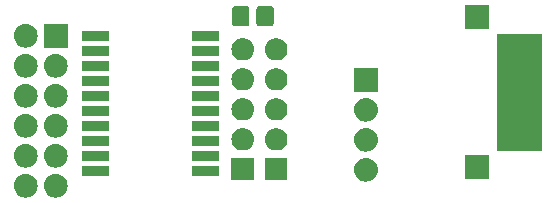
<source format=gts>
G04 #@! TF.GenerationSoftware,KiCad,Pcbnew,(5.1.4)-1*
G04 #@! TF.CreationDate,2020-10-15T03:44:07+01:00*
G04 #@! TF.ProjectId,buffer,62756666-6572-42e6-9b69-6361645f7063,rev?*
G04 #@! TF.SameCoordinates,Original*
G04 #@! TF.FileFunction,Soldermask,Top*
G04 #@! TF.FilePolarity,Negative*
%FSLAX46Y46*%
G04 Gerber Fmt 4.6, Leading zero omitted, Abs format (unit mm)*
G04 Created by KiCad (PCBNEW (5.1.4)-1) date 2020-10-15 03:44:07*
%MOMM*%
%LPD*%
G04 APERTURE LIST*
%ADD10C,0.100000*%
G04 APERTURE END LIST*
D10*
G36*
X40549836Y-46090830D02*
G01*
X40738332Y-46148009D01*
X40912058Y-46240868D01*
X41064328Y-46365832D01*
X41189292Y-46518102D01*
X41282151Y-46691828D01*
X41339330Y-46880324D01*
X41358638Y-47076360D01*
X41339330Y-47272396D01*
X41282151Y-47460892D01*
X41189292Y-47634618D01*
X41064328Y-47786888D01*
X40912058Y-47911852D01*
X40738332Y-48004711D01*
X40549836Y-48061890D01*
X40402920Y-48076360D01*
X40304680Y-48076360D01*
X40157764Y-48061890D01*
X39969268Y-48004711D01*
X39795542Y-47911852D01*
X39643272Y-47786888D01*
X39518308Y-47634618D01*
X39425449Y-47460892D01*
X39368270Y-47272396D01*
X39348962Y-47076360D01*
X39368270Y-46880324D01*
X39425449Y-46691828D01*
X39518308Y-46518102D01*
X39643272Y-46365832D01*
X39795542Y-46240868D01*
X39969268Y-46148009D01*
X40157764Y-46090830D01*
X40304680Y-46076360D01*
X40402920Y-46076360D01*
X40549836Y-46090830D01*
X40549836Y-46090830D01*
G37*
G36*
X38009836Y-46090830D02*
G01*
X38198332Y-46148009D01*
X38372058Y-46240868D01*
X38524328Y-46365832D01*
X38649292Y-46518102D01*
X38742151Y-46691828D01*
X38799330Y-46880324D01*
X38818638Y-47076360D01*
X38799330Y-47272396D01*
X38742151Y-47460892D01*
X38649292Y-47634618D01*
X38524328Y-47786888D01*
X38372058Y-47911852D01*
X38198332Y-48004711D01*
X38009836Y-48061890D01*
X37862920Y-48076360D01*
X37764680Y-48076360D01*
X37617764Y-48061890D01*
X37429268Y-48004711D01*
X37255542Y-47911852D01*
X37103272Y-47786888D01*
X36978308Y-47634618D01*
X36885449Y-47460892D01*
X36828270Y-47272396D01*
X36808962Y-47076360D01*
X36828270Y-46880324D01*
X36885449Y-46691828D01*
X36978308Y-46518102D01*
X37103272Y-46365832D01*
X37255542Y-46240868D01*
X37429268Y-46148009D01*
X37617764Y-46090830D01*
X37764680Y-46076360D01*
X37862920Y-46076360D01*
X38009836Y-46090830D01*
X38009836Y-46090830D01*
G37*
G36*
X66813436Y-44744630D02*
G01*
X67001932Y-44801809D01*
X67175658Y-44894668D01*
X67327928Y-45019632D01*
X67452892Y-45171902D01*
X67545751Y-45345628D01*
X67602930Y-45534124D01*
X67622238Y-45730160D01*
X67602930Y-45926196D01*
X67545751Y-46114692D01*
X67452892Y-46288418D01*
X67327928Y-46440688D01*
X67175658Y-46565652D01*
X67001932Y-46658511D01*
X66813436Y-46715690D01*
X66666520Y-46730160D01*
X66568280Y-46730160D01*
X66421364Y-46715690D01*
X66232868Y-46658511D01*
X66059142Y-46565652D01*
X65906872Y-46440688D01*
X65781908Y-46288418D01*
X65689049Y-46114692D01*
X65631870Y-45926196D01*
X65612562Y-45730160D01*
X65631870Y-45534124D01*
X65689049Y-45345628D01*
X65781908Y-45171902D01*
X65906872Y-45019632D01*
X66059142Y-44894668D01*
X66232868Y-44801809D01*
X66421364Y-44744630D01*
X66568280Y-44730160D01*
X66666520Y-44730160D01*
X66813436Y-44744630D01*
X66813436Y-44744630D01*
G37*
G36*
X57128000Y-46629360D02*
G01*
X55228000Y-46629360D01*
X55228000Y-44729360D01*
X57128000Y-44729360D01*
X57128000Y-46629360D01*
X57128000Y-46629360D01*
G37*
G36*
X59972800Y-46629360D02*
G01*
X58072800Y-46629360D01*
X58072800Y-44729360D01*
X59972800Y-44729360D01*
X59972800Y-46629360D01*
X59972800Y-46629360D01*
G37*
G36*
X77033180Y-46504100D02*
G01*
X75033180Y-46504100D01*
X75033180Y-44504100D01*
X77033180Y-44504100D01*
X77033180Y-46504100D01*
X77033180Y-46504100D01*
G37*
G36*
X54076292Y-45385451D02*
G01*
X54106187Y-45394520D01*
X54133742Y-45409248D01*
X54157892Y-45429068D01*
X54177712Y-45453218D01*
X54192440Y-45480773D01*
X54201509Y-45510668D01*
X54205200Y-45548146D01*
X54205200Y-46115374D01*
X54201509Y-46152852D01*
X54192440Y-46182747D01*
X54177712Y-46210302D01*
X54157892Y-46234452D01*
X54133742Y-46254272D01*
X54106187Y-46269000D01*
X54076292Y-46278069D01*
X54038814Y-46281760D01*
X52021586Y-46281760D01*
X51984108Y-46278069D01*
X51954213Y-46269000D01*
X51926658Y-46254272D01*
X51902508Y-46234452D01*
X51882688Y-46210302D01*
X51867960Y-46182747D01*
X51858891Y-46152852D01*
X51855200Y-46115374D01*
X51855200Y-45548146D01*
X51858891Y-45510668D01*
X51867960Y-45480773D01*
X51882688Y-45453218D01*
X51902508Y-45429068D01*
X51926658Y-45409248D01*
X51954213Y-45394520D01*
X51984108Y-45385451D01*
X52021586Y-45381760D01*
X54038814Y-45381760D01*
X54076292Y-45385451D01*
X54076292Y-45385451D01*
G37*
G36*
X44776292Y-45385451D02*
G01*
X44806187Y-45394520D01*
X44833742Y-45409248D01*
X44857892Y-45429068D01*
X44877712Y-45453218D01*
X44892440Y-45480773D01*
X44901509Y-45510668D01*
X44905200Y-45548146D01*
X44905200Y-46115374D01*
X44901509Y-46152852D01*
X44892440Y-46182747D01*
X44877712Y-46210302D01*
X44857892Y-46234452D01*
X44833742Y-46254272D01*
X44806187Y-46269000D01*
X44776292Y-46278069D01*
X44738814Y-46281760D01*
X42721586Y-46281760D01*
X42684108Y-46278069D01*
X42654213Y-46269000D01*
X42626658Y-46254272D01*
X42602508Y-46234452D01*
X42582688Y-46210302D01*
X42567960Y-46182747D01*
X42558891Y-46152852D01*
X42555200Y-46115374D01*
X42555200Y-45548146D01*
X42558891Y-45510668D01*
X42567960Y-45480773D01*
X42582688Y-45453218D01*
X42602508Y-45429068D01*
X42626658Y-45409248D01*
X42654213Y-45394520D01*
X42684108Y-45385451D01*
X42721586Y-45381760D01*
X44738814Y-45381760D01*
X44776292Y-45385451D01*
X44776292Y-45385451D01*
G37*
G36*
X38009836Y-43550830D02*
G01*
X38198332Y-43608009D01*
X38372058Y-43700868D01*
X38524328Y-43825832D01*
X38649292Y-43978102D01*
X38742151Y-44151828D01*
X38799330Y-44340324D01*
X38818638Y-44536360D01*
X38799330Y-44732396D01*
X38742151Y-44920892D01*
X38649292Y-45094618D01*
X38524328Y-45246888D01*
X38372058Y-45371852D01*
X38198332Y-45464711D01*
X38009836Y-45521890D01*
X37862920Y-45536360D01*
X37764680Y-45536360D01*
X37617764Y-45521890D01*
X37429268Y-45464711D01*
X37255542Y-45371852D01*
X37103272Y-45246888D01*
X36978308Y-45094618D01*
X36885449Y-44920892D01*
X36828270Y-44732396D01*
X36808962Y-44536360D01*
X36828270Y-44340324D01*
X36885449Y-44151828D01*
X36978308Y-43978102D01*
X37103272Y-43825832D01*
X37255542Y-43700868D01*
X37429268Y-43608009D01*
X37617764Y-43550830D01*
X37764680Y-43536360D01*
X37862920Y-43536360D01*
X38009836Y-43550830D01*
X38009836Y-43550830D01*
G37*
G36*
X40549836Y-43550830D02*
G01*
X40738332Y-43608009D01*
X40912058Y-43700868D01*
X41064328Y-43825832D01*
X41189292Y-43978102D01*
X41282151Y-44151828D01*
X41339330Y-44340324D01*
X41358638Y-44536360D01*
X41339330Y-44732396D01*
X41282151Y-44920892D01*
X41189292Y-45094618D01*
X41064328Y-45246888D01*
X40912058Y-45371852D01*
X40738332Y-45464711D01*
X40549836Y-45521890D01*
X40402920Y-45536360D01*
X40304680Y-45536360D01*
X40157764Y-45521890D01*
X39969268Y-45464711D01*
X39795542Y-45371852D01*
X39643272Y-45246888D01*
X39518308Y-45094618D01*
X39425449Y-44920892D01*
X39368270Y-44732396D01*
X39348962Y-44536360D01*
X39368270Y-44340324D01*
X39425449Y-44151828D01*
X39518308Y-43978102D01*
X39643272Y-43825832D01*
X39795542Y-43700868D01*
X39969268Y-43608009D01*
X40157764Y-43550830D01*
X40304680Y-43536360D01*
X40402920Y-43536360D01*
X40549836Y-43550830D01*
X40549836Y-43550830D01*
G37*
G36*
X44776292Y-44115451D02*
G01*
X44806187Y-44124520D01*
X44833742Y-44139248D01*
X44857892Y-44159068D01*
X44877712Y-44183218D01*
X44892440Y-44210773D01*
X44901509Y-44240668D01*
X44905200Y-44278146D01*
X44905200Y-44845374D01*
X44901509Y-44882852D01*
X44892440Y-44912747D01*
X44877712Y-44940302D01*
X44857892Y-44964452D01*
X44833742Y-44984272D01*
X44806187Y-44999000D01*
X44776292Y-45008069D01*
X44738814Y-45011760D01*
X42721586Y-45011760D01*
X42684108Y-45008069D01*
X42654213Y-44999000D01*
X42626658Y-44984272D01*
X42602508Y-44964452D01*
X42582688Y-44940302D01*
X42567960Y-44912747D01*
X42558891Y-44882852D01*
X42555200Y-44845374D01*
X42555200Y-44278146D01*
X42558891Y-44240668D01*
X42567960Y-44210773D01*
X42582688Y-44183218D01*
X42602508Y-44159068D01*
X42626658Y-44139248D01*
X42654213Y-44124520D01*
X42684108Y-44115451D01*
X42721586Y-44111760D01*
X44738814Y-44111760D01*
X44776292Y-44115451D01*
X44776292Y-44115451D01*
G37*
G36*
X54076292Y-44115451D02*
G01*
X54106187Y-44124520D01*
X54133742Y-44139248D01*
X54157892Y-44159068D01*
X54177712Y-44183218D01*
X54192440Y-44210773D01*
X54201509Y-44240668D01*
X54205200Y-44278146D01*
X54205200Y-44845374D01*
X54201509Y-44882852D01*
X54192440Y-44912747D01*
X54177712Y-44940302D01*
X54157892Y-44964452D01*
X54133742Y-44984272D01*
X54106187Y-44999000D01*
X54076292Y-45008069D01*
X54038814Y-45011760D01*
X52021586Y-45011760D01*
X51984108Y-45008069D01*
X51954213Y-44999000D01*
X51926658Y-44984272D01*
X51902508Y-44964452D01*
X51882688Y-44940302D01*
X51867960Y-44912747D01*
X51858891Y-44882852D01*
X51855200Y-44845374D01*
X51855200Y-44278146D01*
X51858891Y-44240668D01*
X51867960Y-44210773D01*
X51882688Y-44183218D01*
X51902508Y-44159068D01*
X51926658Y-44139248D01*
X51954213Y-44124520D01*
X51984108Y-44115451D01*
X52021586Y-44111760D01*
X54038814Y-44111760D01*
X54076292Y-44115451D01*
X54076292Y-44115451D01*
G37*
G36*
X66813436Y-42204630D02*
G01*
X67001932Y-42261809D01*
X67175658Y-42354668D01*
X67327928Y-42479632D01*
X67452892Y-42631902D01*
X67545751Y-42805628D01*
X67602930Y-42994124D01*
X67622238Y-43190160D01*
X67602930Y-43386196D01*
X67545751Y-43574692D01*
X67452892Y-43748418D01*
X67327928Y-43900688D01*
X67175658Y-44025652D01*
X67001932Y-44118511D01*
X66813436Y-44175690D01*
X66666520Y-44190160D01*
X66568280Y-44190160D01*
X66421364Y-44175690D01*
X66232868Y-44118511D01*
X66059142Y-44025652D01*
X65906872Y-43900688D01*
X65781908Y-43748418D01*
X65689049Y-43574692D01*
X65631870Y-43386196D01*
X65612562Y-43190160D01*
X65631870Y-42994124D01*
X65689049Y-42805628D01*
X65781908Y-42631902D01*
X65906872Y-42479632D01*
X66059142Y-42354668D01*
X66232868Y-42261809D01*
X66421364Y-42204630D01*
X66568280Y-42190160D01*
X66666520Y-42190160D01*
X66813436Y-42204630D01*
X66813436Y-42204630D01*
G37*
G36*
X81501880Y-44149660D02*
G01*
X77701880Y-44149660D01*
X77701880Y-34229660D01*
X81501880Y-34229660D01*
X81501880Y-44149660D01*
X81501880Y-44149660D01*
G37*
G36*
X56364233Y-42203106D02*
G01*
X56453770Y-42230267D01*
X56543308Y-42257428D01*
X56708345Y-42345642D01*
X56853001Y-42464359D01*
X56971718Y-42609015D01*
X57059932Y-42774052D01*
X57069510Y-42805628D01*
X57102148Y-42913218D01*
X57114254Y-42953128D01*
X57132596Y-43139360D01*
X57114254Y-43325592D01*
X57059932Y-43504668D01*
X56971718Y-43669705D01*
X56853001Y-43814361D01*
X56708345Y-43933078D01*
X56543308Y-44021292D01*
X56453770Y-44048453D01*
X56364233Y-44075614D01*
X56224665Y-44089360D01*
X56131335Y-44089360D01*
X55991767Y-44075614D01*
X55902230Y-44048453D01*
X55812692Y-44021292D01*
X55647655Y-43933078D01*
X55502999Y-43814361D01*
X55384282Y-43669705D01*
X55296068Y-43504668D01*
X55241746Y-43325592D01*
X55223404Y-43139360D01*
X55241746Y-42953128D01*
X55253853Y-42913218D01*
X55286490Y-42805628D01*
X55296068Y-42774052D01*
X55384282Y-42609015D01*
X55502999Y-42464359D01*
X55647655Y-42345642D01*
X55812692Y-42257428D01*
X55902230Y-42230267D01*
X55991767Y-42203106D01*
X56131335Y-42189360D01*
X56224665Y-42189360D01*
X56364233Y-42203106D01*
X56364233Y-42203106D01*
G37*
G36*
X59209033Y-42203106D02*
G01*
X59298570Y-42230267D01*
X59388108Y-42257428D01*
X59553145Y-42345642D01*
X59697801Y-42464359D01*
X59816518Y-42609015D01*
X59904732Y-42774052D01*
X59914310Y-42805628D01*
X59946948Y-42913218D01*
X59959054Y-42953128D01*
X59977396Y-43139360D01*
X59959054Y-43325592D01*
X59904732Y-43504668D01*
X59816518Y-43669705D01*
X59697801Y-43814361D01*
X59553145Y-43933078D01*
X59388108Y-44021292D01*
X59298570Y-44048453D01*
X59209033Y-44075614D01*
X59069465Y-44089360D01*
X58976135Y-44089360D01*
X58836567Y-44075614D01*
X58747030Y-44048453D01*
X58657492Y-44021292D01*
X58492455Y-43933078D01*
X58347799Y-43814361D01*
X58229082Y-43669705D01*
X58140868Y-43504668D01*
X58086546Y-43325592D01*
X58068204Y-43139360D01*
X58086546Y-42953128D01*
X58098653Y-42913218D01*
X58131290Y-42805628D01*
X58140868Y-42774052D01*
X58229082Y-42609015D01*
X58347799Y-42464359D01*
X58492455Y-42345642D01*
X58657492Y-42257428D01*
X58747030Y-42230267D01*
X58836567Y-42203106D01*
X58976135Y-42189360D01*
X59069465Y-42189360D01*
X59209033Y-42203106D01*
X59209033Y-42203106D01*
G37*
G36*
X54076292Y-42845451D02*
G01*
X54106187Y-42854520D01*
X54133742Y-42869248D01*
X54157892Y-42889068D01*
X54177712Y-42913218D01*
X54192440Y-42940773D01*
X54201509Y-42970668D01*
X54205200Y-43008146D01*
X54205200Y-43575374D01*
X54201509Y-43612852D01*
X54192440Y-43642747D01*
X54177712Y-43670302D01*
X54157892Y-43694452D01*
X54133742Y-43714272D01*
X54106187Y-43729000D01*
X54076292Y-43738069D01*
X54038814Y-43741760D01*
X52021586Y-43741760D01*
X51984108Y-43738069D01*
X51954213Y-43729000D01*
X51926658Y-43714272D01*
X51902508Y-43694452D01*
X51882688Y-43670302D01*
X51867960Y-43642747D01*
X51858891Y-43612852D01*
X51855200Y-43575374D01*
X51855200Y-43008146D01*
X51858891Y-42970668D01*
X51867960Y-42940773D01*
X51882688Y-42913218D01*
X51902508Y-42889068D01*
X51926658Y-42869248D01*
X51954213Y-42854520D01*
X51984108Y-42845451D01*
X52021586Y-42841760D01*
X54038814Y-42841760D01*
X54076292Y-42845451D01*
X54076292Y-42845451D01*
G37*
G36*
X44776292Y-42845451D02*
G01*
X44806187Y-42854520D01*
X44833742Y-42869248D01*
X44857892Y-42889068D01*
X44877712Y-42913218D01*
X44892440Y-42940773D01*
X44901509Y-42970668D01*
X44905200Y-43008146D01*
X44905200Y-43575374D01*
X44901509Y-43612852D01*
X44892440Y-43642747D01*
X44877712Y-43670302D01*
X44857892Y-43694452D01*
X44833742Y-43714272D01*
X44806187Y-43729000D01*
X44776292Y-43738069D01*
X44738814Y-43741760D01*
X42721586Y-43741760D01*
X42684108Y-43738069D01*
X42654213Y-43729000D01*
X42626658Y-43714272D01*
X42602508Y-43694452D01*
X42582688Y-43670302D01*
X42567960Y-43642747D01*
X42558891Y-43612852D01*
X42555200Y-43575374D01*
X42555200Y-43008146D01*
X42558891Y-42970668D01*
X42567960Y-42940773D01*
X42582688Y-42913218D01*
X42602508Y-42889068D01*
X42626658Y-42869248D01*
X42654213Y-42854520D01*
X42684108Y-42845451D01*
X42721586Y-42841760D01*
X44738814Y-42841760D01*
X44776292Y-42845451D01*
X44776292Y-42845451D01*
G37*
G36*
X40549836Y-41010830D02*
G01*
X40738332Y-41068009D01*
X40912058Y-41160868D01*
X41064328Y-41285832D01*
X41189292Y-41438102D01*
X41282151Y-41611828D01*
X41339330Y-41800324D01*
X41358638Y-41996360D01*
X41339330Y-42192396D01*
X41282151Y-42380892D01*
X41189292Y-42554618D01*
X41064328Y-42706888D01*
X40912058Y-42831852D01*
X40738332Y-42924711D01*
X40549836Y-42981890D01*
X40402920Y-42996360D01*
X40304680Y-42996360D01*
X40157764Y-42981890D01*
X39969268Y-42924711D01*
X39795542Y-42831852D01*
X39643272Y-42706888D01*
X39518308Y-42554618D01*
X39425449Y-42380892D01*
X39368270Y-42192396D01*
X39348962Y-41996360D01*
X39368270Y-41800324D01*
X39425449Y-41611828D01*
X39518308Y-41438102D01*
X39643272Y-41285832D01*
X39795542Y-41160868D01*
X39969268Y-41068009D01*
X40157764Y-41010830D01*
X40304680Y-40996360D01*
X40402920Y-40996360D01*
X40549836Y-41010830D01*
X40549836Y-41010830D01*
G37*
G36*
X38009836Y-41010830D02*
G01*
X38198332Y-41068009D01*
X38372058Y-41160868D01*
X38524328Y-41285832D01*
X38649292Y-41438102D01*
X38742151Y-41611828D01*
X38799330Y-41800324D01*
X38818638Y-41996360D01*
X38799330Y-42192396D01*
X38742151Y-42380892D01*
X38649292Y-42554618D01*
X38524328Y-42706888D01*
X38372058Y-42831852D01*
X38198332Y-42924711D01*
X38009836Y-42981890D01*
X37862920Y-42996360D01*
X37764680Y-42996360D01*
X37617764Y-42981890D01*
X37429268Y-42924711D01*
X37255542Y-42831852D01*
X37103272Y-42706888D01*
X36978308Y-42554618D01*
X36885449Y-42380892D01*
X36828270Y-42192396D01*
X36808962Y-41996360D01*
X36828270Y-41800324D01*
X36885449Y-41611828D01*
X36978308Y-41438102D01*
X37103272Y-41285832D01*
X37255542Y-41160868D01*
X37429268Y-41068009D01*
X37617764Y-41010830D01*
X37764680Y-40996360D01*
X37862920Y-40996360D01*
X38009836Y-41010830D01*
X38009836Y-41010830D01*
G37*
G36*
X54076292Y-41575451D02*
G01*
X54106187Y-41584520D01*
X54133742Y-41599248D01*
X54157892Y-41619068D01*
X54177712Y-41643218D01*
X54192440Y-41670773D01*
X54201509Y-41700668D01*
X54205200Y-41738146D01*
X54205200Y-42305374D01*
X54201509Y-42342852D01*
X54192440Y-42372747D01*
X54177712Y-42400302D01*
X54157892Y-42424452D01*
X54133742Y-42444272D01*
X54106187Y-42459000D01*
X54076292Y-42468069D01*
X54038814Y-42471760D01*
X52021586Y-42471760D01*
X51984108Y-42468069D01*
X51954213Y-42459000D01*
X51926658Y-42444272D01*
X51902508Y-42424452D01*
X51882688Y-42400302D01*
X51867960Y-42372747D01*
X51858891Y-42342852D01*
X51855200Y-42305374D01*
X51855200Y-41738146D01*
X51858891Y-41700668D01*
X51867960Y-41670773D01*
X51882688Y-41643218D01*
X51902508Y-41619068D01*
X51926658Y-41599248D01*
X51954213Y-41584520D01*
X51984108Y-41575451D01*
X52021586Y-41571760D01*
X54038814Y-41571760D01*
X54076292Y-41575451D01*
X54076292Y-41575451D01*
G37*
G36*
X44776292Y-41575451D02*
G01*
X44806187Y-41584520D01*
X44833742Y-41599248D01*
X44857892Y-41619068D01*
X44877712Y-41643218D01*
X44892440Y-41670773D01*
X44901509Y-41700668D01*
X44905200Y-41738146D01*
X44905200Y-42305374D01*
X44901509Y-42342852D01*
X44892440Y-42372747D01*
X44877712Y-42400302D01*
X44857892Y-42424452D01*
X44833742Y-42444272D01*
X44806187Y-42459000D01*
X44776292Y-42468069D01*
X44738814Y-42471760D01*
X42721586Y-42471760D01*
X42684108Y-42468069D01*
X42654213Y-42459000D01*
X42626658Y-42444272D01*
X42602508Y-42424452D01*
X42582688Y-42400302D01*
X42567960Y-42372747D01*
X42558891Y-42342852D01*
X42555200Y-42305374D01*
X42555200Y-41738146D01*
X42558891Y-41700668D01*
X42567960Y-41670773D01*
X42582688Y-41643218D01*
X42602508Y-41619068D01*
X42626658Y-41599248D01*
X42654213Y-41584520D01*
X42684108Y-41575451D01*
X42721586Y-41571760D01*
X44738814Y-41571760D01*
X44776292Y-41575451D01*
X44776292Y-41575451D01*
G37*
G36*
X66813436Y-39664630D02*
G01*
X67001932Y-39721809D01*
X67175658Y-39814668D01*
X67327928Y-39939632D01*
X67452892Y-40091902D01*
X67545751Y-40265628D01*
X67602930Y-40454124D01*
X67622238Y-40650160D01*
X67602930Y-40846196D01*
X67545751Y-41034692D01*
X67452892Y-41208418D01*
X67327928Y-41360688D01*
X67175658Y-41485652D01*
X67001932Y-41578511D01*
X66813436Y-41635690D01*
X66666520Y-41650160D01*
X66568280Y-41650160D01*
X66421364Y-41635690D01*
X66232868Y-41578511D01*
X66059142Y-41485652D01*
X65906872Y-41360688D01*
X65781908Y-41208418D01*
X65689049Y-41034692D01*
X65631870Y-40846196D01*
X65612562Y-40650160D01*
X65631870Y-40454124D01*
X65689049Y-40265628D01*
X65781908Y-40091902D01*
X65906872Y-39939632D01*
X66059142Y-39814668D01*
X66232868Y-39721809D01*
X66421364Y-39664630D01*
X66568280Y-39650160D01*
X66666520Y-39650160D01*
X66813436Y-39664630D01*
X66813436Y-39664630D01*
G37*
G36*
X56364233Y-39663106D02*
G01*
X56453770Y-39690267D01*
X56543308Y-39717428D01*
X56708345Y-39805642D01*
X56853001Y-39924359D01*
X56971718Y-40069015D01*
X57059932Y-40234052D01*
X57069510Y-40265628D01*
X57102148Y-40373218D01*
X57114254Y-40413128D01*
X57132596Y-40599360D01*
X57114254Y-40785592D01*
X57059932Y-40964668D01*
X56971718Y-41129705D01*
X56853001Y-41274361D01*
X56708345Y-41393078D01*
X56543308Y-41481292D01*
X56453770Y-41508453D01*
X56364233Y-41535614D01*
X56224665Y-41549360D01*
X56131335Y-41549360D01*
X55991767Y-41535614D01*
X55902230Y-41508453D01*
X55812692Y-41481292D01*
X55647655Y-41393078D01*
X55502999Y-41274361D01*
X55384282Y-41129705D01*
X55296068Y-40964668D01*
X55241746Y-40785592D01*
X55223404Y-40599360D01*
X55241746Y-40413128D01*
X55253853Y-40373218D01*
X55286490Y-40265628D01*
X55296068Y-40234052D01*
X55384282Y-40069015D01*
X55502999Y-39924359D01*
X55647655Y-39805642D01*
X55812692Y-39717428D01*
X55902230Y-39690267D01*
X55991767Y-39663106D01*
X56131335Y-39649360D01*
X56224665Y-39649360D01*
X56364233Y-39663106D01*
X56364233Y-39663106D01*
G37*
G36*
X59209033Y-39663106D02*
G01*
X59298570Y-39690267D01*
X59388108Y-39717428D01*
X59553145Y-39805642D01*
X59697801Y-39924359D01*
X59816518Y-40069015D01*
X59904732Y-40234052D01*
X59914310Y-40265628D01*
X59946948Y-40373218D01*
X59959054Y-40413128D01*
X59977396Y-40599360D01*
X59959054Y-40785592D01*
X59904732Y-40964668D01*
X59816518Y-41129705D01*
X59697801Y-41274361D01*
X59553145Y-41393078D01*
X59388108Y-41481292D01*
X59298570Y-41508453D01*
X59209033Y-41535614D01*
X59069465Y-41549360D01*
X58976135Y-41549360D01*
X58836567Y-41535614D01*
X58747030Y-41508453D01*
X58657492Y-41481292D01*
X58492455Y-41393078D01*
X58347799Y-41274361D01*
X58229082Y-41129705D01*
X58140868Y-40964668D01*
X58086546Y-40785592D01*
X58068204Y-40599360D01*
X58086546Y-40413128D01*
X58098653Y-40373218D01*
X58131290Y-40265628D01*
X58140868Y-40234052D01*
X58229082Y-40069015D01*
X58347799Y-39924359D01*
X58492455Y-39805642D01*
X58657492Y-39717428D01*
X58747030Y-39690267D01*
X58836567Y-39663106D01*
X58976135Y-39649360D01*
X59069465Y-39649360D01*
X59209033Y-39663106D01*
X59209033Y-39663106D01*
G37*
G36*
X44776292Y-40305451D02*
G01*
X44806187Y-40314520D01*
X44833742Y-40329248D01*
X44857892Y-40349068D01*
X44877712Y-40373218D01*
X44892440Y-40400773D01*
X44901509Y-40430668D01*
X44905200Y-40468146D01*
X44905200Y-41035374D01*
X44901509Y-41072852D01*
X44892440Y-41102747D01*
X44877712Y-41130302D01*
X44857892Y-41154452D01*
X44833742Y-41174272D01*
X44806187Y-41189000D01*
X44776292Y-41198069D01*
X44738814Y-41201760D01*
X42721586Y-41201760D01*
X42684108Y-41198069D01*
X42654213Y-41189000D01*
X42626658Y-41174272D01*
X42602508Y-41154452D01*
X42582688Y-41130302D01*
X42567960Y-41102747D01*
X42558891Y-41072852D01*
X42555200Y-41035374D01*
X42555200Y-40468146D01*
X42558891Y-40430668D01*
X42567960Y-40400773D01*
X42582688Y-40373218D01*
X42602508Y-40349068D01*
X42626658Y-40329248D01*
X42654213Y-40314520D01*
X42684108Y-40305451D01*
X42721586Y-40301760D01*
X44738814Y-40301760D01*
X44776292Y-40305451D01*
X44776292Y-40305451D01*
G37*
G36*
X54076292Y-40305451D02*
G01*
X54106187Y-40314520D01*
X54133742Y-40329248D01*
X54157892Y-40349068D01*
X54177712Y-40373218D01*
X54192440Y-40400773D01*
X54201509Y-40430668D01*
X54205200Y-40468146D01*
X54205200Y-41035374D01*
X54201509Y-41072852D01*
X54192440Y-41102747D01*
X54177712Y-41130302D01*
X54157892Y-41154452D01*
X54133742Y-41174272D01*
X54106187Y-41189000D01*
X54076292Y-41198069D01*
X54038814Y-41201760D01*
X52021586Y-41201760D01*
X51984108Y-41198069D01*
X51954213Y-41189000D01*
X51926658Y-41174272D01*
X51902508Y-41154452D01*
X51882688Y-41130302D01*
X51867960Y-41102747D01*
X51858891Y-41072852D01*
X51855200Y-41035374D01*
X51855200Y-40468146D01*
X51858891Y-40430668D01*
X51867960Y-40400773D01*
X51882688Y-40373218D01*
X51902508Y-40349068D01*
X51926658Y-40329248D01*
X51954213Y-40314520D01*
X51984108Y-40305451D01*
X52021586Y-40301760D01*
X54038814Y-40301760D01*
X54076292Y-40305451D01*
X54076292Y-40305451D01*
G37*
G36*
X40549836Y-38470830D02*
G01*
X40738332Y-38528009D01*
X40912058Y-38620868D01*
X41064328Y-38745832D01*
X41189292Y-38898102D01*
X41282151Y-39071828D01*
X41339330Y-39260324D01*
X41358638Y-39456360D01*
X41339330Y-39652396D01*
X41282151Y-39840892D01*
X41189292Y-40014618D01*
X41064328Y-40166888D01*
X40912058Y-40291852D01*
X40738332Y-40384711D01*
X40549836Y-40441890D01*
X40402920Y-40456360D01*
X40304680Y-40456360D01*
X40157764Y-40441890D01*
X39969268Y-40384711D01*
X39795542Y-40291852D01*
X39643272Y-40166888D01*
X39518308Y-40014618D01*
X39425449Y-39840892D01*
X39368270Y-39652396D01*
X39348962Y-39456360D01*
X39368270Y-39260324D01*
X39425449Y-39071828D01*
X39518308Y-38898102D01*
X39643272Y-38745832D01*
X39795542Y-38620868D01*
X39969268Y-38528009D01*
X40157764Y-38470830D01*
X40304680Y-38456360D01*
X40402920Y-38456360D01*
X40549836Y-38470830D01*
X40549836Y-38470830D01*
G37*
G36*
X38009836Y-38470830D02*
G01*
X38198332Y-38528009D01*
X38372058Y-38620868D01*
X38524328Y-38745832D01*
X38649292Y-38898102D01*
X38742151Y-39071828D01*
X38799330Y-39260324D01*
X38818638Y-39456360D01*
X38799330Y-39652396D01*
X38742151Y-39840892D01*
X38649292Y-40014618D01*
X38524328Y-40166888D01*
X38372058Y-40291852D01*
X38198332Y-40384711D01*
X38009836Y-40441890D01*
X37862920Y-40456360D01*
X37764680Y-40456360D01*
X37617764Y-40441890D01*
X37429268Y-40384711D01*
X37255542Y-40291852D01*
X37103272Y-40166888D01*
X36978308Y-40014618D01*
X36885449Y-39840892D01*
X36828270Y-39652396D01*
X36808962Y-39456360D01*
X36828270Y-39260324D01*
X36885449Y-39071828D01*
X36978308Y-38898102D01*
X37103272Y-38745832D01*
X37255542Y-38620868D01*
X37429268Y-38528009D01*
X37617764Y-38470830D01*
X37764680Y-38456360D01*
X37862920Y-38456360D01*
X38009836Y-38470830D01*
X38009836Y-38470830D01*
G37*
G36*
X54076292Y-39035451D02*
G01*
X54106187Y-39044520D01*
X54133742Y-39059248D01*
X54157892Y-39079068D01*
X54177712Y-39103218D01*
X54192440Y-39130773D01*
X54201509Y-39160668D01*
X54205200Y-39198146D01*
X54205200Y-39765374D01*
X54201509Y-39802852D01*
X54192440Y-39832747D01*
X54177712Y-39860302D01*
X54157892Y-39884452D01*
X54133742Y-39904272D01*
X54106187Y-39919000D01*
X54076292Y-39928069D01*
X54038814Y-39931760D01*
X52021586Y-39931760D01*
X51984108Y-39928069D01*
X51954213Y-39919000D01*
X51926658Y-39904272D01*
X51902508Y-39884452D01*
X51882688Y-39860302D01*
X51867960Y-39832747D01*
X51858891Y-39802852D01*
X51855200Y-39765374D01*
X51855200Y-39198146D01*
X51858891Y-39160668D01*
X51867960Y-39130773D01*
X51882688Y-39103218D01*
X51902508Y-39079068D01*
X51926658Y-39059248D01*
X51954213Y-39044520D01*
X51984108Y-39035451D01*
X52021586Y-39031760D01*
X54038814Y-39031760D01*
X54076292Y-39035451D01*
X54076292Y-39035451D01*
G37*
G36*
X44776292Y-39035451D02*
G01*
X44806187Y-39044520D01*
X44833742Y-39059248D01*
X44857892Y-39079068D01*
X44877712Y-39103218D01*
X44892440Y-39130773D01*
X44901509Y-39160668D01*
X44905200Y-39198146D01*
X44905200Y-39765374D01*
X44901509Y-39802852D01*
X44892440Y-39832747D01*
X44877712Y-39860302D01*
X44857892Y-39884452D01*
X44833742Y-39904272D01*
X44806187Y-39919000D01*
X44776292Y-39928069D01*
X44738814Y-39931760D01*
X42721586Y-39931760D01*
X42684108Y-39928069D01*
X42654213Y-39919000D01*
X42626658Y-39904272D01*
X42602508Y-39884452D01*
X42582688Y-39860302D01*
X42567960Y-39832747D01*
X42558891Y-39802852D01*
X42555200Y-39765374D01*
X42555200Y-39198146D01*
X42558891Y-39160668D01*
X42567960Y-39130773D01*
X42582688Y-39103218D01*
X42602508Y-39079068D01*
X42626658Y-39059248D01*
X42654213Y-39044520D01*
X42684108Y-39035451D01*
X42721586Y-39031760D01*
X44738814Y-39031760D01*
X44776292Y-39035451D01*
X44776292Y-39035451D01*
G37*
G36*
X67617400Y-39110160D02*
G01*
X65617400Y-39110160D01*
X65617400Y-37110160D01*
X67617400Y-37110160D01*
X67617400Y-39110160D01*
X67617400Y-39110160D01*
G37*
G36*
X56364233Y-37123106D02*
G01*
X56453770Y-37150267D01*
X56543308Y-37177428D01*
X56708345Y-37265642D01*
X56853001Y-37384359D01*
X56971718Y-37529015D01*
X57059932Y-37694052D01*
X57059932Y-37694053D01*
X57102148Y-37833218D01*
X57114254Y-37873128D01*
X57132596Y-38059360D01*
X57114254Y-38245592D01*
X57059932Y-38424668D01*
X56971718Y-38589705D01*
X56853001Y-38734361D01*
X56708345Y-38853078D01*
X56543308Y-38941292D01*
X56453770Y-38968453D01*
X56364233Y-38995614D01*
X56224665Y-39009360D01*
X56131335Y-39009360D01*
X55991767Y-38995614D01*
X55902230Y-38968453D01*
X55812692Y-38941292D01*
X55647655Y-38853078D01*
X55502999Y-38734361D01*
X55384282Y-38589705D01*
X55296068Y-38424668D01*
X55241746Y-38245592D01*
X55223404Y-38059360D01*
X55241746Y-37873128D01*
X55253853Y-37833218D01*
X55296068Y-37694053D01*
X55296068Y-37694052D01*
X55384282Y-37529015D01*
X55502999Y-37384359D01*
X55647655Y-37265642D01*
X55812692Y-37177428D01*
X55902230Y-37150267D01*
X55991767Y-37123106D01*
X56131335Y-37109360D01*
X56224665Y-37109360D01*
X56364233Y-37123106D01*
X56364233Y-37123106D01*
G37*
G36*
X59209033Y-37123106D02*
G01*
X59298570Y-37150267D01*
X59388108Y-37177428D01*
X59553145Y-37265642D01*
X59697801Y-37384359D01*
X59816518Y-37529015D01*
X59904732Y-37694052D01*
X59904732Y-37694053D01*
X59946948Y-37833218D01*
X59959054Y-37873128D01*
X59977396Y-38059360D01*
X59959054Y-38245592D01*
X59904732Y-38424668D01*
X59816518Y-38589705D01*
X59697801Y-38734361D01*
X59553145Y-38853078D01*
X59388108Y-38941292D01*
X59298570Y-38968453D01*
X59209033Y-38995614D01*
X59069465Y-39009360D01*
X58976135Y-39009360D01*
X58836567Y-38995614D01*
X58747030Y-38968453D01*
X58657492Y-38941292D01*
X58492455Y-38853078D01*
X58347799Y-38734361D01*
X58229082Y-38589705D01*
X58140868Y-38424668D01*
X58086546Y-38245592D01*
X58068204Y-38059360D01*
X58086546Y-37873128D01*
X58098653Y-37833218D01*
X58140868Y-37694053D01*
X58140868Y-37694052D01*
X58229082Y-37529015D01*
X58347799Y-37384359D01*
X58492455Y-37265642D01*
X58657492Y-37177428D01*
X58747030Y-37150267D01*
X58836567Y-37123106D01*
X58976135Y-37109360D01*
X59069465Y-37109360D01*
X59209033Y-37123106D01*
X59209033Y-37123106D01*
G37*
G36*
X54076292Y-37765451D02*
G01*
X54106187Y-37774520D01*
X54133742Y-37789248D01*
X54157892Y-37809068D01*
X54177712Y-37833218D01*
X54192440Y-37860773D01*
X54201509Y-37890668D01*
X54205200Y-37928146D01*
X54205200Y-38495374D01*
X54201509Y-38532852D01*
X54192440Y-38562747D01*
X54177712Y-38590302D01*
X54157892Y-38614452D01*
X54133742Y-38634272D01*
X54106187Y-38649000D01*
X54076292Y-38658069D01*
X54038814Y-38661760D01*
X52021586Y-38661760D01*
X51984108Y-38658069D01*
X51954213Y-38649000D01*
X51926658Y-38634272D01*
X51902508Y-38614452D01*
X51882688Y-38590302D01*
X51867960Y-38562747D01*
X51858891Y-38532852D01*
X51855200Y-38495374D01*
X51855200Y-37928146D01*
X51858891Y-37890668D01*
X51867960Y-37860773D01*
X51882688Y-37833218D01*
X51902508Y-37809068D01*
X51926658Y-37789248D01*
X51954213Y-37774520D01*
X51984108Y-37765451D01*
X52021586Y-37761760D01*
X54038814Y-37761760D01*
X54076292Y-37765451D01*
X54076292Y-37765451D01*
G37*
G36*
X44776292Y-37765451D02*
G01*
X44806187Y-37774520D01*
X44833742Y-37789248D01*
X44857892Y-37809068D01*
X44877712Y-37833218D01*
X44892440Y-37860773D01*
X44901509Y-37890668D01*
X44905200Y-37928146D01*
X44905200Y-38495374D01*
X44901509Y-38532852D01*
X44892440Y-38562747D01*
X44877712Y-38590302D01*
X44857892Y-38614452D01*
X44833742Y-38634272D01*
X44806187Y-38649000D01*
X44776292Y-38658069D01*
X44738814Y-38661760D01*
X42721586Y-38661760D01*
X42684108Y-38658069D01*
X42654213Y-38649000D01*
X42626658Y-38634272D01*
X42602508Y-38614452D01*
X42582688Y-38590302D01*
X42567960Y-38562747D01*
X42558891Y-38532852D01*
X42555200Y-38495374D01*
X42555200Y-37928146D01*
X42558891Y-37890668D01*
X42567960Y-37860773D01*
X42582688Y-37833218D01*
X42602508Y-37809068D01*
X42626658Y-37789248D01*
X42654213Y-37774520D01*
X42684108Y-37765451D01*
X42721586Y-37761760D01*
X44738814Y-37761760D01*
X44776292Y-37765451D01*
X44776292Y-37765451D01*
G37*
G36*
X40549836Y-35930830D02*
G01*
X40738332Y-35988009D01*
X40912058Y-36080868D01*
X41064328Y-36205832D01*
X41189292Y-36358102D01*
X41282151Y-36531828D01*
X41339330Y-36720324D01*
X41358638Y-36916360D01*
X41339330Y-37112396D01*
X41282151Y-37300892D01*
X41189292Y-37474618D01*
X41064328Y-37626888D01*
X40912058Y-37751852D01*
X40738332Y-37844711D01*
X40549836Y-37901890D01*
X40402920Y-37916360D01*
X40304680Y-37916360D01*
X40157764Y-37901890D01*
X39969268Y-37844711D01*
X39795542Y-37751852D01*
X39643272Y-37626888D01*
X39518308Y-37474618D01*
X39425449Y-37300892D01*
X39368270Y-37112396D01*
X39348962Y-36916360D01*
X39368270Y-36720324D01*
X39425449Y-36531828D01*
X39518308Y-36358102D01*
X39643272Y-36205832D01*
X39795542Y-36080868D01*
X39969268Y-35988009D01*
X40157764Y-35930830D01*
X40304680Y-35916360D01*
X40402920Y-35916360D01*
X40549836Y-35930830D01*
X40549836Y-35930830D01*
G37*
G36*
X38009836Y-35930830D02*
G01*
X38198332Y-35988009D01*
X38372058Y-36080868D01*
X38524328Y-36205832D01*
X38649292Y-36358102D01*
X38742151Y-36531828D01*
X38799330Y-36720324D01*
X38818638Y-36916360D01*
X38799330Y-37112396D01*
X38742151Y-37300892D01*
X38649292Y-37474618D01*
X38524328Y-37626888D01*
X38372058Y-37751852D01*
X38198332Y-37844711D01*
X38009836Y-37901890D01*
X37862920Y-37916360D01*
X37764680Y-37916360D01*
X37617764Y-37901890D01*
X37429268Y-37844711D01*
X37255542Y-37751852D01*
X37103272Y-37626888D01*
X36978308Y-37474618D01*
X36885449Y-37300892D01*
X36828270Y-37112396D01*
X36808962Y-36916360D01*
X36828270Y-36720324D01*
X36885449Y-36531828D01*
X36978308Y-36358102D01*
X37103272Y-36205832D01*
X37255542Y-36080868D01*
X37429268Y-35988009D01*
X37617764Y-35930830D01*
X37764680Y-35916360D01*
X37862920Y-35916360D01*
X38009836Y-35930830D01*
X38009836Y-35930830D01*
G37*
G36*
X54076292Y-36495451D02*
G01*
X54106187Y-36504520D01*
X54133742Y-36519248D01*
X54157892Y-36539068D01*
X54177712Y-36563218D01*
X54192440Y-36590773D01*
X54201509Y-36620668D01*
X54205200Y-36658146D01*
X54205200Y-37225374D01*
X54201509Y-37262852D01*
X54192440Y-37292747D01*
X54177712Y-37320302D01*
X54157892Y-37344452D01*
X54133742Y-37364272D01*
X54106187Y-37379000D01*
X54076292Y-37388069D01*
X54038814Y-37391760D01*
X52021586Y-37391760D01*
X51984108Y-37388069D01*
X51954213Y-37379000D01*
X51926658Y-37364272D01*
X51902508Y-37344452D01*
X51882688Y-37320302D01*
X51867960Y-37292747D01*
X51858891Y-37262852D01*
X51855200Y-37225374D01*
X51855200Y-36658146D01*
X51858891Y-36620668D01*
X51867960Y-36590773D01*
X51882688Y-36563218D01*
X51902508Y-36539068D01*
X51926658Y-36519248D01*
X51954213Y-36504520D01*
X51984108Y-36495451D01*
X52021586Y-36491760D01*
X54038814Y-36491760D01*
X54076292Y-36495451D01*
X54076292Y-36495451D01*
G37*
G36*
X44776292Y-36495451D02*
G01*
X44806187Y-36504520D01*
X44833742Y-36519248D01*
X44857892Y-36539068D01*
X44877712Y-36563218D01*
X44892440Y-36590773D01*
X44901509Y-36620668D01*
X44905200Y-36658146D01*
X44905200Y-37225374D01*
X44901509Y-37262852D01*
X44892440Y-37292747D01*
X44877712Y-37320302D01*
X44857892Y-37344452D01*
X44833742Y-37364272D01*
X44806187Y-37379000D01*
X44776292Y-37388069D01*
X44738814Y-37391760D01*
X42721586Y-37391760D01*
X42684108Y-37388069D01*
X42654213Y-37379000D01*
X42626658Y-37364272D01*
X42602508Y-37344452D01*
X42582688Y-37320302D01*
X42567960Y-37292747D01*
X42558891Y-37262852D01*
X42555200Y-37225374D01*
X42555200Y-36658146D01*
X42558891Y-36620668D01*
X42567960Y-36590773D01*
X42582688Y-36563218D01*
X42602508Y-36539068D01*
X42626658Y-36519248D01*
X42654213Y-36504520D01*
X42684108Y-36495451D01*
X42721586Y-36491760D01*
X44738814Y-36491760D01*
X44776292Y-36495451D01*
X44776292Y-36495451D01*
G37*
G36*
X59209033Y-34583106D02*
G01*
X59298570Y-34610267D01*
X59388108Y-34637428D01*
X59553145Y-34725642D01*
X59697801Y-34844359D01*
X59816518Y-34989015D01*
X59904732Y-35154052D01*
X59904732Y-35154053D01*
X59946948Y-35293218D01*
X59959054Y-35333128D01*
X59977396Y-35519360D01*
X59959054Y-35705592D01*
X59904732Y-35884668D01*
X59816518Y-36049705D01*
X59697801Y-36194361D01*
X59553145Y-36313078D01*
X59388108Y-36401292D01*
X59298570Y-36428453D01*
X59209033Y-36455614D01*
X59069465Y-36469360D01*
X58976135Y-36469360D01*
X58836567Y-36455614D01*
X58747030Y-36428453D01*
X58657492Y-36401292D01*
X58492455Y-36313078D01*
X58347799Y-36194361D01*
X58229082Y-36049705D01*
X58140868Y-35884668D01*
X58086546Y-35705592D01*
X58068204Y-35519360D01*
X58086546Y-35333128D01*
X58098653Y-35293218D01*
X58140868Y-35154053D01*
X58140868Y-35154052D01*
X58229082Y-34989015D01*
X58347799Y-34844359D01*
X58492455Y-34725642D01*
X58657492Y-34637428D01*
X58747030Y-34610267D01*
X58836567Y-34583106D01*
X58976135Y-34569360D01*
X59069465Y-34569360D01*
X59209033Y-34583106D01*
X59209033Y-34583106D01*
G37*
G36*
X56364233Y-34583106D02*
G01*
X56453770Y-34610267D01*
X56543308Y-34637428D01*
X56708345Y-34725642D01*
X56853001Y-34844359D01*
X56971718Y-34989015D01*
X57059932Y-35154052D01*
X57059932Y-35154053D01*
X57102148Y-35293218D01*
X57114254Y-35333128D01*
X57132596Y-35519360D01*
X57114254Y-35705592D01*
X57059932Y-35884668D01*
X56971718Y-36049705D01*
X56853001Y-36194361D01*
X56708345Y-36313078D01*
X56543308Y-36401292D01*
X56453770Y-36428453D01*
X56364233Y-36455614D01*
X56224665Y-36469360D01*
X56131335Y-36469360D01*
X55991767Y-36455614D01*
X55902230Y-36428453D01*
X55812692Y-36401292D01*
X55647655Y-36313078D01*
X55502999Y-36194361D01*
X55384282Y-36049705D01*
X55296068Y-35884668D01*
X55241746Y-35705592D01*
X55223404Y-35519360D01*
X55241746Y-35333128D01*
X55253853Y-35293218D01*
X55296068Y-35154053D01*
X55296068Y-35154052D01*
X55384282Y-34989015D01*
X55502999Y-34844359D01*
X55647655Y-34725642D01*
X55812692Y-34637428D01*
X55902230Y-34610267D01*
X55991767Y-34583106D01*
X56131335Y-34569360D01*
X56224665Y-34569360D01*
X56364233Y-34583106D01*
X56364233Y-34583106D01*
G37*
G36*
X54076292Y-35225451D02*
G01*
X54106187Y-35234520D01*
X54133742Y-35249248D01*
X54157892Y-35269068D01*
X54177712Y-35293218D01*
X54192440Y-35320773D01*
X54201509Y-35350668D01*
X54205200Y-35388146D01*
X54205200Y-35955374D01*
X54201509Y-35992852D01*
X54192440Y-36022747D01*
X54177712Y-36050302D01*
X54157892Y-36074452D01*
X54133742Y-36094272D01*
X54106187Y-36109000D01*
X54076292Y-36118069D01*
X54038814Y-36121760D01*
X52021586Y-36121760D01*
X51984108Y-36118069D01*
X51954213Y-36109000D01*
X51926658Y-36094272D01*
X51902508Y-36074452D01*
X51882688Y-36050302D01*
X51867960Y-36022747D01*
X51858891Y-35992852D01*
X51855200Y-35955374D01*
X51855200Y-35388146D01*
X51858891Y-35350668D01*
X51867960Y-35320773D01*
X51882688Y-35293218D01*
X51902508Y-35269068D01*
X51926658Y-35249248D01*
X51954213Y-35234520D01*
X51984108Y-35225451D01*
X52021586Y-35221760D01*
X54038814Y-35221760D01*
X54076292Y-35225451D01*
X54076292Y-35225451D01*
G37*
G36*
X44776292Y-35225451D02*
G01*
X44806187Y-35234520D01*
X44833742Y-35249248D01*
X44857892Y-35269068D01*
X44877712Y-35293218D01*
X44892440Y-35320773D01*
X44901509Y-35350668D01*
X44905200Y-35388146D01*
X44905200Y-35955374D01*
X44901509Y-35992852D01*
X44892440Y-36022747D01*
X44877712Y-36050302D01*
X44857892Y-36074452D01*
X44833742Y-36094272D01*
X44806187Y-36109000D01*
X44776292Y-36118069D01*
X44738814Y-36121760D01*
X42721586Y-36121760D01*
X42684108Y-36118069D01*
X42654213Y-36109000D01*
X42626658Y-36094272D01*
X42602508Y-36074452D01*
X42582688Y-36050302D01*
X42567960Y-36022747D01*
X42558891Y-35992852D01*
X42555200Y-35955374D01*
X42555200Y-35388146D01*
X42558891Y-35350668D01*
X42567960Y-35320773D01*
X42582688Y-35293218D01*
X42602508Y-35269068D01*
X42626658Y-35249248D01*
X42654213Y-35234520D01*
X42684108Y-35225451D01*
X42721586Y-35221760D01*
X44738814Y-35221760D01*
X44776292Y-35225451D01*
X44776292Y-35225451D01*
G37*
G36*
X38009836Y-33390830D02*
G01*
X38198332Y-33448009D01*
X38372058Y-33540868D01*
X38524328Y-33665832D01*
X38649292Y-33818102D01*
X38742151Y-33991828D01*
X38799330Y-34180324D01*
X38818638Y-34376360D01*
X38799330Y-34572396D01*
X38742151Y-34760892D01*
X38649292Y-34934618D01*
X38524328Y-35086888D01*
X38372058Y-35211852D01*
X38198332Y-35304711D01*
X38009836Y-35361890D01*
X37862920Y-35376360D01*
X37764680Y-35376360D01*
X37617764Y-35361890D01*
X37429268Y-35304711D01*
X37255542Y-35211852D01*
X37103272Y-35086888D01*
X36978308Y-34934618D01*
X36885449Y-34760892D01*
X36828270Y-34572396D01*
X36808962Y-34376360D01*
X36828270Y-34180324D01*
X36885449Y-33991828D01*
X36978308Y-33818102D01*
X37103272Y-33665832D01*
X37255542Y-33540868D01*
X37429268Y-33448009D01*
X37617764Y-33390830D01*
X37764680Y-33376360D01*
X37862920Y-33376360D01*
X38009836Y-33390830D01*
X38009836Y-33390830D01*
G37*
G36*
X41353800Y-35376360D02*
G01*
X39353800Y-35376360D01*
X39353800Y-33376360D01*
X41353800Y-33376360D01*
X41353800Y-35376360D01*
X41353800Y-35376360D01*
G37*
G36*
X54076292Y-33955451D02*
G01*
X54106187Y-33964520D01*
X54133742Y-33979248D01*
X54157892Y-33999068D01*
X54177712Y-34023218D01*
X54192440Y-34050773D01*
X54201509Y-34080668D01*
X54205200Y-34118146D01*
X54205200Y-34685374D01*
X54201509Y-34722852D01*
X54192440Y-34752747D01*
X54177712Y-34780302D01*
X54157892Y-34804452D01*
X54133742Y-34824272D01*
X54106187Y-34839000D01*
X54076292Y-34848069D01*
X54038814Y-34851760D01*
X52021586Y-34851760D01*
X51984108Y-34848069D01*
X51954213Y-34839000D01*
X51926658Y-34824272D01*
X51902508Y-34804452D01*
X51882688Y-34780302D01*
X51867960Y-34752747D01*
X51858891Y-34722852D01*
X51855200Y-34685374D01*
X51855200Y-34118146D01*
X51858891Y-34080668D01*
X51867960Y-34050773D01*
X51882688Y-34023218D01*
X51902508Y-33999068D01*
X51926658Y-33979248D01*
X51954213Y-33964520D01*
X51984108Y-33955451D01*
X52021586Y-33951760D01*
X54038814Y-33951760D01*
X54076292Y-33955451D01*
X54076292Y-33955451D01*
G37*
G36*
X44776292Y-33955451D02*
G01*
X44806187Y-33964520D01*
X44833742Y-33979248D01*
X44857892Y-33999068D01*
X44877712Y-34023218D01*
X44892440Y-34050773D01*
X44901509Y-34080668D01*
X44905200Y-34118146D01*
X44905200Y-34685374D01*
X44901509Y-34722852D01*
X44892440Y-34752747D01*
X44877712Y-34780302D01*
X44857892Y-34804452D01*
X44833742Y-34824272D01*
X44806187Y-34839000D01*
X44776292Y-34848069D01*
X44738814Y-34851760D01*
X42721586Y-34851760D01*
X42684108Y-34848069D01*
X42654213Y-34839000D01*
X42626658Y-34824272D01*
X42602508Y-34804452D01*
X42582688Y-34780302D01*
X42567960Y-34752747D01*
X42558891Y-34722852D01*
X42555200Y-34685374D01*
X42555200Y-34118146D01*
X42558891Y-34080668D01*
X42567960Y-34050773D01*
X42582688Y-34023218D01*
X42602508Y-33999068D01*
X42626658Y-33979248D01*
X42654213Y-33964520D01*
X42684108Y-33955451D01*
X42721586Y-33951760D01*
X44738814Y-33951760D01*
X44776292Y-33955451D01*
X44776292Y-33955451D01*
G37*
G36*
X77040800Y-33801560D02*
G01*
X75040800Y-33801560D01*
X75040800Y-31801560D01*
X77040800Y-31801560D01*
X77040800Y-33801560D01*
X77040800Y-33801560D01*
G37*
G36*
X58607301Y-31856222D02*
G01*
X58652530Y-31869942D01*
X58694214Y-31892222D01*
X58730751Y-31922209D01*
X58760738Y-31958746D01*
X58783018Y-32000430D01*
X58796738Y-32045659D01*
X58802000Y-32099085D01*
X58802000Y-33302835D01*
X58796738Y-33356261D01*
X58783018Y-33401490D01*
X58760738Y-33443174D01*
X58730751Y-33479711D01*
X58694214Y-33509698D01*
X58652530Y-33531978D01*
X58607301Y-33545698D01*
X58553875Y-33550960D01*
X57600125Y-33550960D01*
X57546699Y-33545698D01*
X57501470Y-33531978D01*
X57459786Y-33509698D01*
X57423249Y-33479711D01*
X57393262Y-33443174D01*
X57370982Y-33401490D01*
X57357262Y-33356261D01*
X57352000Y-33302835D01*
X57352000Y-32099085D01*
X57357262Y-32045659D01*
X57370982Y-32000430D01*
X57393262Y-31958746D01*
X57423249Y-31922209D01*
X57459786Y-31892222D01*
X57501470Y-31869942D01*
X57546699Y-31856222D01*
X57600125Y-31850960D01*
X58553875Y-31850960D01*
X58607301Y-31856222D01*
X58607301Y-31856222D01*
G37*
G36*
X56557301Y-31856222D02*
G01*
X56602530Y-31869942D01*
X56644214Y-31892222D01*
X56680751Y-31922209D01*
X56710738Y-31958746D01*
X56733018Y-32000430D01*
X56746738Y-32045659D01*
X56752000Y-32099085D01*
X56752000Y-33302835D01*
X56746738Y-33356261D01*
X56733018Y-33401490D01*
X56710738Y-33443174D01*
X56680751Y-33479711D01*
X56644214Y-33509698D01*
X56602530Y-33531978D01*
X56557301Y-33545698D01*
X56503875Y-33550960D01*
X55550125Y-33550960D01*
X55496699Y-33545698D01*
X55451470Y-33531978D01*
X55409786Y-33509698D01*
X55373249Y-33479711D01*
X55343262Y-33443174D01*
X55320982Y-33401490D01*
X55307262Y-33356261D01*
X55302000Y-33302835D01*
X55302000Y-32099085D01*
X55307262Y-32045659D01*
X55320982Y-32000430D01*
X55343262Y-31958746D01*
X55373249Y-31922209D01*
X55409786Y-31892222D01*
X55451470Y-31869942D01*
X55496699Y-31856222D01*
X55550125Y-31850960D01*
X56503875Y-31850960D01*
X56557301Y-31856222D01*
X56557301Y-31856222D01*
G37*
M02*

</source>
